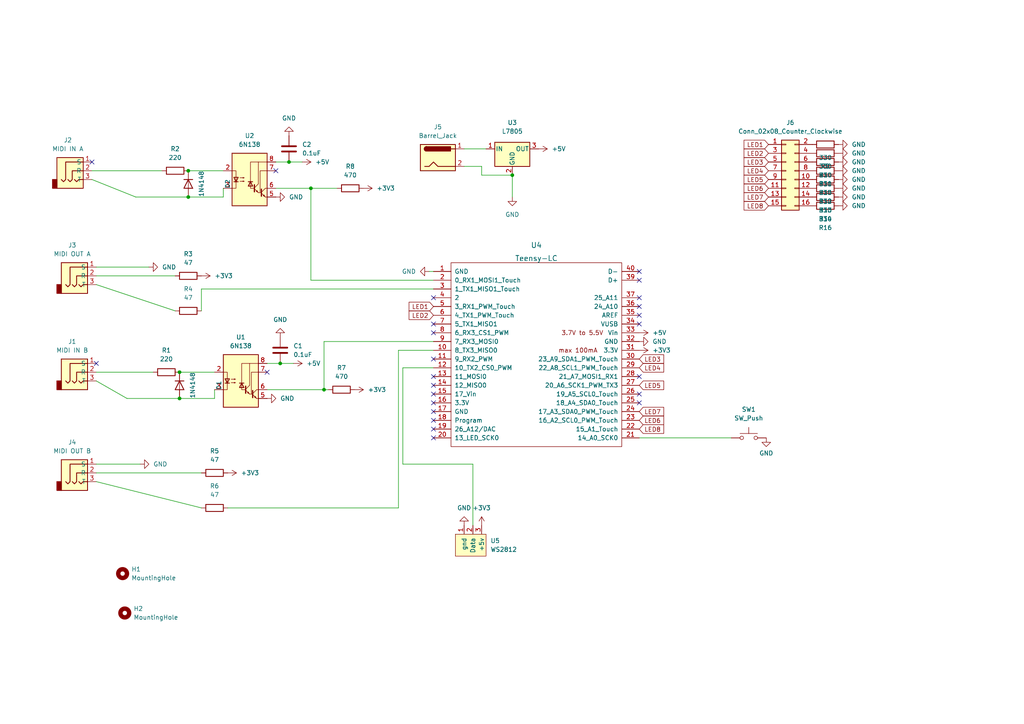
<source format=kicad_sch>
(kicad_sch (version 20211123) (generator eeschema)
  (paper "A4")
  (lib_symbols
    (symbol "Connector:Barrel_Jack" (pin_names (offset 1.016))
      (property "Reference" "J" (at 0 5.334 0))
      (property "Value" "Barrel_Jack" (at 0 -5.08 0))
      (symbol "Barrel_Jack_0_1"
        (rectangle (start -5.08 3.81) (end 5.08 -3.81) (stroke (width 0.254)) (fill (type background)))
        (arc (start -3.302 3.175) (mid -3.937 2.54) (end -3.302 1.905) (stroke (width 0.254)))
        (arc (start -3.302 3.175) (mid -3.937 2.54) (end -3.302 1.905) (stroke (width 0.254)) (fill (type outline)))
        (polyline (pts (xy 5.08 2.54) (xy 3.81 2.54)) (stroke (width 0.254)))
        (polyline (pts (xy -3.81 -2.54) (xy -2.54 -2.54) (xy -1.27 -1.27) (xy 0 -2.54) (xy 2.54 -2.54) (xy 5.08 -2.54)) (stroke (width 0.254)))
        (rectangle (start 3.683 3.175) (end -3.302 1.905) (stroke (width 0.254)) (fill (type outline)))
      )
      (symbol "Barrel_Jack_1_1"
        (pin passive line (at 7.62 2.54 180) (length 2.54) (name "~") (number "1"))
        (pin passive line (at 7.62 -2.54 180) (length 2.54) (name "~") (number "2"))
      )
    )
    (symbol "Connector_Generic:Conn_02x08_Odd_Even" (pin_names (offset 1.016) hide)
      (property "Reference" "J" (at 1.27 10.16 0))
      (property "Value" "Conn_02x08_Odd_Even" (at 1.27 -12.7 0))
      (symbol "Conn_02x08_Odd_Even_1_1"
        (rectangle (start -1.27 -10.033) (end 0 -10.287) (stroke (width 0.1524)))
        (rectangle (start -1.27 -7.493) (end 0 -7.747) (stroke (width 0.1524)))
        (rectangle (start -1.27 -4.953) (end 0 -5.207) (stroke (width 0.1524)))
        (rectangle (start -1.27 -2.413) (end 0 -2.667) (stroke (width 0.1524)))
        (rectangle (start -1.27 0.127) (end 0 -0.127) (stroke (width 0.1524)))
        (rectangle (start -1.27 2.667) (end 0 2.413) (stroke (width 0.1524)))
        (rectangle (start -1.27 5.207) (end 0 4.953) (stroke (width 0.1524)))
        (rectangle (start -1.27 7.747) (end 0 7.493) (stroke (width 0.1524)))
        (rectangle (start -1.27 8.89) (end 3.81 -11.43) (stroke (width 0.254)) (fill (type background)))
        (rectangle (start 3.81 -10.033) (end 2.54 -10.287) (stroke (width 0.1524)))
        (rectangle (start 3.81 -7.493) (end 2.54 -7.747) (stroke (width 0.1524)))
        (rectangle (start 3.81 -4.953) (end 2.54 -5.207) (stroke (width 0.1524)))
        (rectangle (start 3.81 -2.413) (end 2.54 -2.667) (stroke (width 0.1524)))
        (rectangle (start 3.81 0.127) (end 2.54 -0.127) (stroke (width 0.1524)))
        (rectangle (start 3.81 2.667) (end 2.54 2.413) (stroke (width 0.1524)))
        (rectangle (start 3.81 5.207) (end 2.54 4.953) (stroke (width 0.1524)))
        (rectangle (start 3.81 7.747) (end 2.54 7.493) (stroke (width 0.1524)))
        (pin passive line (at -5.08 7.62 0) (length 3.81) (name "Pin_1") (number "1"))
        (pin passive line (at 7.62 -2.54 180) (length 3.81) (name "Pin_10") (number "10"))
        (pin passive line (at -5.08 -5.08 0) (length 3.81) (name "Pin_11") (number "11"))
        (pin passive line (at 7.62 -5.08 180) (length 3.81) (name "Pin_12") (number "12"))
        (pin passive line (at -5.08 -7.62 0) (length 3.81) (name "Pin_13") (number "13"))
        (pin passive line (at 7.62 -7.62 180) (length 3.81) (name "Pin_14") (number "14"))
        (pin passive line (at -5.08 -10.16 0) (length 3.81) (name "Pin_15") (number "15"))
        (pin passive line (at 7.62 -10.16 180) (length 3.81) (name "Pin_16") (number "16"))
        (pin passive line (at 7.62 7.62 180) (length 3.81) (name "Pin_2") (number "2"))
        (pin passive line (at -5.08 5.08 0) (length 3.81) (name "Pin_3") (number "3"))
        (pin passive line (at 7.62 5.08 180) (length 3.81) (name "Pin_4") (number "4"))
        (pin passive line (at -5.08 2.54 0) (length 3.81) (name "Pin_5") (number "5"))
        (pin passive line (at 7.62 2.54 180) (length 3.81) (name "Pin_6") (number "6"))
        (pin passive line (at -5.08 0 0) (length 3.81) (name "Pin_7") (number "7"))
        (pin passive line (at 7.62 0 180) (length 3.81) (name "Pin_8") (number "8"))
        (pin passive line (at -5.08 -2.54 0) (length 3.81) (name "Pin_9") (number "9"))
      )
    )
    (symbol "Device:C" (pin_numbers hide) (pin_names (offset 0.254))
      (property "Reference" "C" (at 0.635 2.54 0))
      (property "Value" "C" (at 0.635 -2.54 0))
      (symbol "C_0_1"
        (polyline (pts (xy -2.032 -0.762) (xy 2.032 -0.762)) (stroke (width 0.508)))
        (polyline (pts (xy -2.032 0.762) (xy 2.032 0.762)) (stroke (width 0.508)))
      )
      (symbol "C_1_1"
        (pin passive line (at 0 3.81 270) (length 2.794) (name "~") (number "1"))
        (pin passive line (at 0 -3.81 90) (length 2.794) (name "~") (number "2"))
      )
    )
    (symbol "Device:R" (pin_numbers hide) (pin_names (offset 0))
      (property "Reference" "R" (at 2.032 0 90))
      (property "Value" "R" (at 0 0 90))
      (symbol "R_0_1"
        (rectangle (start -1.016 -2.54) (end 1.016 2.54) (stroke (width 0.254)))
      )
      (symbol "R_1_1"
        (pin passive line (at 0 3.81 270) (length 1.27) (name "~") (number "1"))
        (pin passive line (at 0 -3.81 90) (length 1.27) (name "~") (number "2"))
      )
    )
    (symbol "Diode:1N4148" (pin_numbers hide) (pin_names (offset 1.016) hide)
      (property "Reference" "D" (at 0 2.54 0))
      (property "Value" "1N4148" (at 0 -2.54 0))
      (symbol "1N4148_0_1"
        (polyline (pts (xy -1.27 1.27) (xy -1.27 -1.27)) (stroke (width 0.254)))
        (polyline (pts (xy 1.27 0) (xy -1.27 0)))
        (polyline (pts (xy 1.27 1.27) (xy 1.27 -1.27) (xy -1.27 0) (xy 1.27 1.27)) (stroke (width 0.254)))
      )
      (symbol "1N4148_1_1"
        (pin passive line (at -3.81 0 0) (length 2.54) (name "K") (number "1"))
        (pin passive line (at 3.81 0 180) (length 2.54) (name "A") (number "2"))
      )
    )
    (symbol "Isolator:6N138" (pin_names (offset 1.016) hide)
      (property "Reference" "U" (at -4.064 8.89 0))
      (property "Value" "6N138" (at 2.286 8.89 0))
      (symbol "6N138_0_1"
        (rectangle (start -5.08 7.62) (end 5.08 -7.62) (stroke (width 0.254)) (fill (type background)))
        (polyline (pts (xy -4.572 -0.635) (xy -3.302 -0.635)) (stroke (width 0.254)))
        (polyline (pts (xy 0.889 -0.635) (xy -0.381 -0.635)) (stroke (width 0.254)))
        (polyline (pts (xy 1.397 -2.667) (xy 2.54 -3.81)))
        (polyline (pts (xy 1.397 -2.413) (xy 2.54 -1.27)))
        (polyline (pts (xy 2.54 -3.81) (xy 3.175 -3.81)))
        (polyline (pts (xy 3.429 -3.937) (xy 4.572 -5.08)))
        (polyline (pts (xy 3.429 -3.683) (xy 4.572 -2.54)))
        (polyline (pts (xy 4.572 -5.08) (xy 5.08 -5.08)))
        (polyline (pts (xy 4.572 -2.54) (xy 5.08 -2.54)))
        (polyline (pts (xy 1.397 -1.524) (xy 1.397 -3.556) (xy 1.397 -3.556)) (stroke (width 0.3556)))
        (polyline (pts (xy 2.54 -1.27) (xy 2.54 5.08) (xy 5.08 5.08)))
        (polyline (pts (xy 3.429 -2.794) (xy 3.429 -4.826) (xy 3.429 -4.826)) (stroke (width 0.3556)))
        (polyline (pts (xy 5.08 2.54) (xy 3.048 2.54) (xy 3.048 -3.81)))
        (polyline (pts (xy -5.08 -2.54) (xy -3.937 -2.54) (xy -3.937 2.54) (xy -5.08 2.54)))
        (polyline (pts (xy -3.937 -0.635) (xy -4.572 0.635) (xy -3.302 0.635) (xy -3.937 -0.635)) (stroke (width 0.254)))
        (polyline (pts (xy 0.254 -0.635) (xy 0.889 -1.905) (xy -0.381 -1.905) (xy 0.254 -0.635)) (stroke (width 0.254)))
        (polyline (pts (xy 1.27 -2.54) (xy 0.254 -2.54) (xy 0.254 5.08) (xy 2.54 5.08)))
        (polyline (pts (xy 2.413 -3.683) (xy 2.159 -3.175) (xy 1.905 -3.429) (xy 2.413 -3.683)))
        (polyline (pts (xy 4.445 -4.953) (xy 4.191 -4.445) (xy 3.937 -4.699) (xy 4.445 -4.953)))
        (polyline (pts (xy -2.794 -0.508) (xy -1.524 -0.508) (xy -1.905 -0.635) (xy -1.905 -0.381) (xy -1.524 -0.508)))
        (polyline (pts (xy -2.794 0.508) (xy -1.524 0.508) (xy -1.905 0.381) (xy -1.905 0.635) (xy -1.524 0.508)))
      )
      (symbol "6N138_1_1"
        (pin no_connect line (at -5.08 5.08 0) (length 2.54) hide (name "NC") (number "1"))
        (pin passive line (at -7.62 2.54 0) (length 2.54) (name "C1") (number "2"))
        (pin passive line (at -7.62 -2.54 0) (length 2.54) (name "C2") (number "3"))
        (pin no_connect line (at -5.08 -5.08 0) (length 2.54) hide (name "NC") (number "4"))
        (pin passive line (at 7.62 -5.08 180) (length 2.54) (name "GND") (number "5"))
        (pin passive line (at 7.62 -2.54 180) (length 2.54) (name "VO2") (number "6"))
        (pin passive line (at 7.62 2.54 180) (length 2.54) (name "VO1") (number "7"))
        (pin passive line (at 7.62 5.08 180) (length 2.54) (name "VCC") (number "8"))
      )
    )
    (symbol "Mechanical:MountingHole" (pin_names (offset 1.016))
      (property "Reference" "H" (at 0 5.08 0))
      (property "Value" "MountingHole" (at 0 3.175 0))
      (symbol "MountingHole_0_1"
        (circle (center 0 0) (radius 1.27) (stroke (width 1.27)))
      )
    )
    (symbol "Regulator_Linear:L7805" (pin_names (offset 0.254))
      (property "Reference" "U" (at -3.81 3.175 0))
      (property "Value" "L7805" (at 0 3.175 0))
      (symbol "L7805_0_1"
        (rectangle (start -5.08 1.905) (end 5.08 -5.08) (stroke (width 0.254)) (fill (type background)))
      )
      (symbol "L7805_1_1"
        (pin power_in line (at -7.62 0 0) (length 2.54) (name "IN") (number "1"))
        (pin power_in line (at 0 -7.62 90) (length 2.54) (name "GND") (number "2"))
        (pin power_out line (at 7.62 0 180) (length 2.54) (name "OUT") (number "3"))
      )
    )
    (symbol "Switch:SW_Push" (pin_numbers hide) (pin_names (offset 1.016) hide)
      (property "Reference" "SW" (at 1.27 2.54 0))
      (property "Value" "SW_Push" (at 0 -1.524 0))
      (symbol "SW_Push_0_1"
        (circle (center -2.032 0) (radius 0.508))
        (polyline (pts (xy 0 1.27) (xy 0 3.048)))
        (polyline (pts (xy 2.54 1.27) (xy -2.54 1.27)))
        (circle (center 2.032 0) (radius 0.508))
        (pin passive line (at -5.08 0 0) (length 2.54) (name "1") (number "1"))
        (pin passive line (at 5.08 0 180) (length 2.54) (name "2") (number "2"))
      )
    )
    (symbol "clarinoid2:TRS jack"
      (property "Reference" "J" (at 0 8.89 0))
      (property "Value" "TRS jack" (at 0 6.35 0))
      (symbol "TRS jack_0_1"
        (rectangle (start -5.08 -5.08) (end -6.35 -2.54) (stroke (width 0.254)) (fill (type outline)))
        (polyline (pts (xy 0 -2.54) (xy 0.635 -3.175) (xy 1.27 -2.54) (xy 2.54 -2.54)) (stroke (width 0.254)))
        (polyline (pts (xy -1.905 -2.54) (xy -1.27 -3.175) (xy -0.635 -2.54) (xy -0.635 0) (xy 2.54 0)) (stroke (width 0.254)))
        (polyline (pts (xy 2.54 2.54) (xy -2.54 2.54) (xy -2.54 -2.54) (xy -3.175 -3.175) (xy -3.81 -2.54)) (stroke (width 0.254)))
        (rectangle (start 2.54 3.81) (end -5.08 -5.08) (stroke (width 0.254)) (fill (type background)))
      )
      (symbol "TRS jack_1_1"
        (pin passive line (at 5.08 2.54 180) (length 2.54) (name "S") (number "1"))
        (pin passive line (at 5.08 0 180) (length 2.54) (name "R") (number "2"))
        (pin passive line (at 5.08 -2.54 180) (length 2.54) (name "T") (number "3"))
      )
    )
    (symbol "clarinoid2:WS2812" (pin_names (offset 1.016))
      (property "Reference" "U" (at 5.08 -1.27 0))
      (property "Value" "WS2812" (at 0 -1.27 0))
      (symbol "WS2812_0_1"
        (rectangle (start -3.81 6.35) (end 5.08 0) (fill (type background)))
      )
      (symbol "WS2812_1_1"
        (pin passive line (at -1.27 8.89 270) (length 2.54) (name "gnd") (number "1"))
        (pin passive line (at 1.27 8.89 270) (length 2.54) (name "Data") (number "2"))
        (pin power_in line (at 3.81 8.89 270) (length 2.54) (name "+5v") (number "3"))
      )
    )
    (symbol "power:+3.3V" (power) (pin_names (offset 0))
      (property "Value" "+3.3V" (at 0 3.556 0))
      (symbol "+3.3V_0_1"
        (polyline (pts (xy -0.762 1.27) (xy 0 2.54)))
        (polyline (pts (xy 0 0) (xy 0 2.54)))
        (polyline (pts (xy 0 2.54) (xy 0.762 1.27)))
      )
      (symbol "+3.3V_1_1"
        (pin power_in line (at 0 0 90) (length 0) hide (name "+3V3") (number "1"))
      )
    )
    (symbol "power:+5V" (power) (pin_names (offset 0))
      (property "Value" "+5V" (at 0 3.556 0))
      (symbol "+5V_0_1"
        (polyline (pts (xy -0.762 1.27) (xy 0 2.54)))
        (polyline (pts (xy 0 0) (xy 0 2.54)))
        (polyline (pts (xy 0 2.54) (xy 0.762 1.27)))
      )
      (symbol "+5V_1_1"
        (pin power_in line (at 0 0 90) (length 0) hide (name "+5V") (number "1"))
      )
    )
    (symbol "power:GND" (power) (pin_names (offset 0))
      (property "Value" "GND" (at 0 -3.81 0))
      (symbol "GND_0_1"
        (polyline (pts (xy 0 0) (xy 0 -1.27) (xy 1.27 -1.27) (xy 0 -2.54) (xy -1.27 -1.27) (xy 0 -1.27)))
      )
      (symbol "GND_1_1"
        (pin power_in line (at 0 0 270) (length 0) hide (name "GND") (number "1"))
      )
    )
    (symbol "teensy:Teensy-LC" (pin_names (offset 1.016))
      (property "Reference" "U" (at 0 29.21 0))
      (property "Value" "Teensy-LC" (at 0 -29.21 0))
      (symbol "Teensy-LC_0_0"
        (text "3.7V to 5.5V" (at 13.97 6.35 0) (effects (font (size 1.27 1.27))))
        (text "max 100mA" (at 12.7 1.27 0) (effects (font (size 1.27 1.27))))
      )
      (symbol "Teensy-LC_0_1"
        (rectangle (start -24.13 26.67) (end 25.4 -26.67))
      )
      (symbol "Teensy-LC_1_1"
        (pin power_in line (at -29.21 24.13 0) (length 5.08) (name "GND") (number "1"))
        (pin bidirectional line (at -29.21 1.27 0) (length 5.08) (name "8_TX3_MISO0") (number "10"))
        (pin bidirectional line (at -29.21 -1.27 0) (length 5.08) (name "9_RX2_PWM") (number "11"))
        (pin bidirectional line (at -29.21 -3.81 0) (length 5.08) (name "10_TX2_CS0_PWM") (number "12"))
        (pin bidirectional line (at -29.21 -6.35 0) (length 5.08) (name "11_MOSI0") (number "13"))
        (pin bidirectional line (at -29.21 -8.89 0) (length 5.08) (name "12_MISO0") (number "14"))
        (pin output line (at -29.21 -11.43 0) (length 5.08) (name "17_Vin") (number "15"))
        (pin power_in line (at -29.21 -13.97 0) (length 5.08) (name "3.3V") (number "16"))
        (pin power_in line (at -29.21 -16.51 0) (length 5.08) (name "GND") (number "17"))
        (pin input line (at -29.21 -19.05 0) (length 5.08) (name "Program") (number "18"))
        (pin bidirectional line (at -29.21 -21.59 0) (length 5.08) (name "26_A12/DAC") (number "19"))
        (pin bidirectional line (at -29.21 21.59 0) (length 5.08) (name "0_RX1_MOSI1_Touch") (number "2"))
        (pin bidirectional line (at -29.21 -24.13 0) (length 5.08) (name "13_LED_SCK0") (number "20"))
        (pin bidirectional line (at 30.48 -24.13 180) (length 5.08) (name "14_A0_SCK0") (number "21"))
        (pin bidirectional line (at 30.48 -21.59 180) (length 5.08) (name "15_A1_Touch") (number "22"))
        (pin bidirectional line (at 30.48 -19.05 180) (length 5.08) (name "16_A2_SCL0_PWM_Touch") (number "23"))
        (pin bidirectional line (at 30.48 -16.51 180) (length 5.08) (name "17_A3_SDA0_PWM_Touch") (number "24"))
        (pin bidirectional line (at 30.48 -13.97 180) (length 5.08) (name "18_A4_SDA0_Touch") (number "25"))
        (pin bidirectional line (at 30.48 -11.43 180) (length 5.08) (name "19_A5_SCL0_Touch") (number "26"))
        (pin bidirectional line (at 30.48 -8.89 180) (length 5.08) (name "20_A6_SCK1_PWM_TX3") (number "27"))
        (pin bidirectional line (at 30.48 -6.35 180) (length 5.08) (name "21_A7_MOSI1_RX1") (number "28"))
        (pin bidirectional line (at 30.48 -3.81 180) (length 5.08) (name "22_A8_SCL1_PWM_Touch") (number "29"))
        (pin bidirectional line (at -29.21 19.05 0) (length 5.08) (name "1_TX1_MISO1_Touch") (number "3"))
        (pin bidirectional line (at 30.48 -1.27 180) (length 5.08) (name "23_A9_SDA1_PWM_Touch") (number "30"))
        (pin power_out line (at 30.48 1.27 180) (length 5.08) (name "3.3V") (number "31"))
        (pin power_in line (at 30.48 3.81 180) (length 5.08) (name "GND") (number "32"))
        (pin power_in line (at 30.48 6.35 180) (length 5.08) (name "Vin") (number "33"))
        (pin power_in line (at 30.48 8.89 180) (length 5.08) (name "VUSB") (number "34"))
        (pin input line (at 30.48 11.43 180) (length 5.08) (name "AREF") (number "35"))
        (pin bidirectional line (at 30.48 13.97 180) (length 5.08) (name "24_A10") (number "36"))
        (pin bidirectional line (at 30.48 16.51 180) (length 5.08) (name "25_A11") (number "37"))
        (pin bidirectional line (at 30.48 21.59 180) (length 5.08) (name "D+") (number "39"))
        (pin bidirectional line (at -29.21 16.51 0) (length 5.08) (name "2") (number "4"))
        (pin bidirectional line (at 30.48 24.13 180) (length 5.08) (name "D-") (number "40"))
        (pin bidirectional line (at -29.21 13.97 0) (length 5.08) (name "3_RX1_PWM_Touch") (number "5"))
        (pin bidirectional line (at -29.21 11.43 0) (length 5.08) (name "4_TX1_PWM_Touch") (number "6"))
        (pin bidirectional line (at -29.21 8.89 0) (length 5.08) (name "5_TX1_MISO1") (number "7"))
        (pin bidirectional line (at -29.21 6.35 0) (length 5.08) (name "6_RX3_CS1_PWM") (number "8"))
        (pin bidirectional line (at -29.21 3.81 0) (length 5.08) (name "7_RX3_MOSI0") (number "9"))
      )
    )
  )
  (junction (at 148.59 50.8))
  (junction (at 52.07 107.95))
  (junction (at 93.98 113.03))
  (junction (at 52.07 115.57))
  (junction (at 83.82 46.99))
  (junction (at 54.61 49.53))
  (junction (at 81.28 105.41))
  (junction (at 90.17 54.61))
  (junction (at 54.61 57.15))
  (no_connect (at 26.67 46.99))
  (no_connect (at 27.94 105.41))
  (no_connect (at 125.73 104.14))
  (no_connect (at 125.73 109.22))
  (no_connect (at 125.73 111.76))
  (no_connect (at 125.73 114.3))
  (no_connect (at 125.73 116.84))
  (no_connect (at 125.73 119.38))
  (no_connect (at 125.73 121.92))
  (no_connect (at 125.73 124.46))
  (no_connect (at 125.73 127))
  (no_connect (at 125.73 93.98))
  (no_connect (at 125.73 96.52))
  (no_connect (at 125.73 86.36))
  (no_connect (at 185.42 109.22))
  (no_connect (at 185.42 114.3))
  (no_connect (at 185.42 116.84))
  (no_connect (at 185.42 78.74))
  (no_connect (at 185.42 81.28))
  (no_connect (at 185.42 86.36))
  (no_connect (at 185.42 88.9))
  (no_connect (at 185.42 91.44))
  (no_connect (at 185.42 93.98))
  (no_connect (at 80.01 49.53))
  (no_connect (at 77.47 107.95))
  (wire (pts (xy 148.59 50.8) (xy 148.59 57.15)))
  (wire (pts (xy 134.62 48.26) (xy 139.7 48.26)))
  (wire (pts (xy 83.82 46.99) (xy 87.63 46.99)))
  (wire (pts (xy 50.8 90.17) (xy 27.94 82.55)))
  (wire (pts (xy 27.94 110.49) (xy 36.83 115.57)))
  (wire (pts (xy 90.17 81.28) (xy 125.73 81.28)))
  (wire (pts (xy 81.28 105.41) (xy 85.09 105.41)))
  (wire (pts (xy 26.67 49.53) (xy 46.99 49.53)))
  (wire (pts (xy 26.67 52.07) (xy 39.37 57.15)))
  (wire (pts (xy 58.42 83.82) (xy 125.73 83.82)))
  (wire (pts (xy 52.07 107.95) (xy 62.23 107.95)))
  (wire (pts (xy 39.37 57.15) (xy 54.61 57.15)))
  (wire (pts (xy 93.98 99.06) (xy 93.98 113.03)))
  (wire (pts (xy 115.57 101.6) (xy 115.57 147.32)))
  (wire (pts (xy 116.84 134.62) (xy 116.84 106.68)))
  (wire (pts (xy 77.47 113.03) (xy 93.98 113.03)))
  (wire (pts (xy 80.01 54.61) (xy 90.17 54.61)))
  (wire (pts (xy 50.8 80.01) (xy 27.94 80.01)))
  (wire (pts (xy 93.98 113.03) (xy 95.25 113.03)))
  (wire (pts (xy 27.94 134.62) (xy 40.64 134.62)))
  (wire (pts (xy 58.42 90.17) (xy 58.42 83.82)))
  (wire (pts (xy 58.42 147.32) (xy 27.94 139.7)))
  (wire (pts (xy 137.16 152.4) (xy 137.16 134.62)))
  (wire (pts (xy 77.47 105.41) (xy 81.28 105.41)))
  (wire (pts (xy 90.17 54.61) (xy 90.17 81.28)))
  (wire (pts (xy 80.01 46.99) (xy 83.82 46.99)))
  (wire (pts (xy 54.61 57.15) (xy 64.77 57.15)))
  (wire (pts (xy 140.97 43.18) (xy 134.62 43.18)))
  (wire (pts (xy 27.94 107.95) (xy 44.45 107.95)))
  (wire (pts (xy 64.77 54.61) (xy 64.77 57.15)))
  (wire (pts (xy 27.94 77.47) (xy 43.18 77.47)))
  (wire (pts (xy 54.61 49.53) (xy 64.77 49.53)))
  (wire (pts (xy 124.46 78.74) (xy 125.73 78.74)))
  (wire (pts (xy 125.73 99.06) (xy 93.98 99.06)))
  (wire (pts (xy 185.42 127) (xy 212.09 127)))
  (wire (pts (xy 125.73 101.6) (xy 115.57 101.6)))
  (wire (pts (xy 139.7 50.8) (xy 148.59 50.8)))
  (wire (pts (xy 36.83 115.57) (xy 52.07 115.57)))
  (wire (pts (xy 139.7 48.26) (xy 139.7 50.8)))
  (wire (pts (xy 62.23 113.03) (xy 62.23 115.57)))
  (wire (pts (xy 137.16 134.62) (xy 116.84 134.62)))
  (wire (pts (xy 90.17 54.61) (xy 97.79 54.61)))
  (wire (pts (xy 58.42 137.16) (xy 27.94 137.16)))
  (wire (pts (xy 66.04 147.32) (xy 115.57 147.32)))
  (wire (pts (xy 52.07 115.57) (xy 62.23 115.57)))
  (wire (pts (xy 116.84 106.68) (xy 125.73 106.68)))
  (global_label "LED3" (shape input) (at 222.885 46.99 180) (property "Intersheet References" "${INTERSHEET_REFS}" (effects hide)))
  (global_label "LED8" (shape input) (at 185.42 124.46 0) (property "Intersheet References" "${INTERSHEET_REFS}" (effects hide)))
  (global_label "LED5" (shape input) (at 222.885 52.07 180) (property "Intersheet References" "${INTERSHEET_REFS}" (effects hide)))
  (global_label "LED3" (shape input) (at 185.42 104.14 0) (property "Intersheet References" "${INTERSHEET_REFS}" (effects hide)))
  (global_label "LED7" (shape input) (at 185.42 119.38 0) (property "Intersheet References" "${INTERSHEET_REFS}" (effects hide)))
  (global_label "LED5" (shape input) (at 185.42 111.76 0) (property "Intersheet References" "${INTERSHEET_REFS}" (effects hide)))
  (global_label "LED2" (shape input) (at 125.73 91.44 180) (property "Intersheet References" "${INTERSHEET_REFS}" (effects hide)))
  (global_label "LED4" (shape input) (at 185.42 106.68 0) (property "Intersheet References" "${INTERSHEET_REFS}" (effects hide)))
  (global_label "LED4" (shape input) (at 222.885 49.53 180) (property "Intersheet References" "${INTERSHEET_REFS}" (effects hide)))
  (global_label "LED1" (shape input) (at 222.885 41.91 180) (property "Intersheet References" "${INTERSHEET_REFS}" (effects hide)))
  (global_label "LED6" (shape input) (at 185.42 121.92 0) (property "Intersheet References" "${INTERSHEET_REFS}" (effects hide)))
  (global_label "LED6" (shape input) (at 222.885 54.61 180) (property "Intersheet References" "${INTERSHEET_REFS}" (effects hide)))
  (global_label "LED8" (shape input) (at 222.885 59.69 180) (property "Intersheet References" "${INTERSHEET_REFS}" (effects hide)))
  (global_label "LED1" (shape input) (at 125.73 88.9 180) (property "Intersheet References" "${INTERSHEET_REFS}" (effects hide)))
  (global_label "LED2" (shape input) (at 222.885 44.45 180) (property "Intersheet References" "${INTERSHEET_REFS}" (effects hide)))
  (global_label "LED7" (shape input) (at 222.885 57.15 180) (property "Intersheet References" "${INTERSHEET_REFS}" (effects hide)))
  (symbol (lib_id "Isolator:6N138") (at 72.39 52.07 0) (unit 1)
    (property "Reference" "U2" (at 72.39 39.37 0))
    (property "Value" "6N138" (at 72.39 41.91 0))
    (property "Footprint" "Package_DIP:DIP-8_W7.62mm" (effects hide))
    (property "Datasheet" "http://www.onsemi.com/pub/Collateral/HCPL2731-D.pdf" (effects hide))
    (property "LCSC part number" "C571211" (effects hide))
    (property "LCSC" "C571211" (effects hide))
  )
  (symbol (lib_id "Mechanical:MountingHole") (at 36.195 177.8 0) (unit 1)
    (property "Reference" "H2" (at 38.735 176.5299 0) (effects (justify left)))
    (property "Value" "MountingHole" (at 38.735 179.0699 0) (effects (justify left)))
    (property "Footprint" "MountingHole:MountingHole_3.2mm_M3_Pad" (effects hide))
    (property "LCSC part number" "-" (effects hide))
  )
  (symbol (lib_id "power:GND") (at 81.28 97.79 180) (unit 1)
    (property "Reference" "#PWR09" (effects hide))
    (property "Value" "GND" (at 81.28 92.71 0))
  )
  (symbol (lib_id "power:+5V") (at 185.42 96.52 270) (unit 1)
    (property "Reference" "#PWR017" (effects hide))
    (property "Value" "+5V" (at 189.23 96.5199 90) (effects (justify left)))
  )
  (symbol (lib_id "power:GND") (at 243.205 57.15 90) (unit 1)
    (property "Reference" "#PWR0108" (effects hide))
    (property "Value" "GND" (at 247.015 57.1499 90) (effects (justify right)))
  )
  (symbol (lib_id "power:GND") (at 40.64 134.62 90) (unit 1)
    (property "Reference" "#PWR04" (effects hide))
    (property "Value" "GND" (at 44.45 134.6199 90) (effects (justify right)))
  )
  (symbol (lib_id "Device:R") (at 62.23 137.16 90) (unit 1)
    (property "Reference" "R5" (at 62.23 130.81 90))
    (property "Value" "47" (at 62.23 133.35 90))
    (property "Footprint" "Resistor_SMD:R_0402_1005Metric" (effects hide))
    (property "LCSC part number" "C25118" (effects hide))
    (property "LCSC" "C25118" (effects hide))
  )
  (symbol (lib_id "Device:R") (at 54.61 80.01 90) (unit 1)
    (property "Reference" "R3" (at 54.61 73.66 90))
    (property "Value" "47" (at 54.61 76.2 90))
    (property "Footprint" "Resistor_SMD:R_0402_1005Metric" (effects hide))
    (property "LCSC part number" "C25118" (effects hide))
    (property "LCSC" "C25118" (effects hide))
  )
  (symbol (lib_id "power:+3.3V") (at 139.7 152.4 0) (unit 1)
    (property "Reference" "#PWR0103" (effects hide))
    (property "Value" "+3.3V" (at 139.7 147.32 0))
  )
  (symbol (lib_id "power:GND") (at 243.205 54.61 90) (unit 1)
    (property "Reference" "#PWR0107" (effects hide))
    (property "Value" "GND" (at 247.015 54.6099 90) (effects (justify right)))
  )
  (symbol (lib_id "power:GND") (at 83.82 39.37 180) (unit 1)
    (property "Reference" "#PWR010" (effects hide))
    (property "Value" "GND" (at 83.82 34.29 0))
  )
  (symbol (lib_id "Device:R") (at 239.395 52.07 270) (unit 1)
    (property "Reference" "R12" (at 239.395 58.42 90))
    (property "Value" "330" (at 239.395 55.88 90))
    (property "Footprint" "Resistor_SMD:R_0402_1005Metric" (effects hide))
    (property "LCSC part number" "C25104" (effects hide))
    (property "LCSC" "C25104" (effects hide))
  )
  (symbol (lib_id "power:+5V") (at 85.09 105.41 270) (unit 1)
    (property "Reference" "#PWR011" (effects hide))
    (property "Value" "+5V" (at 88.9 105.4099 90) (effects (justify left)))
  )
  (symbol (lib_id "power:GND") (at 243.205 46.99 90) (unit 1)
    (property "Reference" "#PWR021" (effects hide))
    (property "Value" "GND" (at 247.015 46.9899 90) (effects (justify right)))
  )
  (symbol (lib_id "power:GND") (at 148.59 57.15 0) (unit 1)
    (property "Reference" "#PWR016" (effects hide))
    (property "Value" "GND" (at 148.59 62.23 0))
  )
  (symbol (lib_id "Device:R") (at 54.61 90.17 270) (unit 1)
    (property "Reference" "R4" (at 54.61 83.82 90))
    (property "Value" "47" (at 54.61 86.36 90))
    (property "Footprint" "Resistor_SMD:R_0402_1005Metric" (effects hide))
    (property "LCSC part number" "C25118" (effects hide))
    (property "LCSC" "C25118" (effects hide))
  )
  (symbol (lib_id "Device:R") (at 239.395 57.15 270) (unit 1)
    (property "Reference" "R14" (at 239.395 63.5 90))
    (property "Value" "330" (at 239.395 60.96 90))
    (property "Footprint" "Resistor_SMD:R_0402_1005Metric" (effects hide))
    (property "LCSC part number" "C25104" (effects hide))
    (property "LCSC" "C25104" (effects hide))
  )
  (symbol (lib_id "power:GND") (at 124.46 78.74 270) (unit 1)
    (property "Reference" "#PWR015" (effects hide))
    (property "Value" "GND" (at 120.65 78.7399 90) (effects (justify right)))
  )
  (symbol (lib_id "power:GND") (at 134.62 152.4 180) (unit 1)
    (property "Reference" "#PWR0104" (effects hide))
    (property "Value" "GND" (at 134.62 147.32 0))
  )
  (symbol (lib_id "power:+3.3V") (at 105.41 54.61 270) (unit 1)
    (property "Reference" "#PWR014" (effects hide))
    (property "Value" "+3.3V" (at 109.22 54.6099 90) (effects (justify left)))
  )
  (symbol (lib_id "power:GND") (at 243.205 59.69 90) (unit 1)
    (property "Reference" "#PWR0109" (effects hide))
    (property "Value" "GND" (at 247.015 59.6899 90) (effects (justify right)))
  )
  (symbol (lib_id "Device:C") (at 83.82 43.18 180) (unit 1)
    (property "Reference" "C2" (at 87.63 41.9099 0) (effects (justify right)))
    (property "Value" "0.1uF" (at 87.63 44.4499 0) (effects (justify right)))
    (property "Footprint" "Capacitor_SMD:C_0402_1005Metric" (effects hide))
    (property "LCSC part number" "C1525" (effects hide))
    (property "LCSC" "C1525" (effects hide))
  )
  (symbol (lib_id "Diode:1N4148") (at 54.61 53.34 270) (unit 1)
    (property "Reference" "D2" (at 66.04 53.34 0))
    (property "Value" "1N4148" (at 58.42 53.34 0))
    (property "Footprint" "Diode_SMD:D_SOD-123" (effects hide))
    (property "Datasheet" "https://assets.nexperia.com/documents/data-sheet/1N4148_1N4448.pdf" (effects hide))
    (property "LCSC part number" "C81598" (effects hide))
    (property "LCSC" "C81598" (effects hide))
  )
  (symbol (lib_id "Device:R") (at 99.06 113.03 90) (unit 1)
    (property "Reference" "R7" (at 99.06 106.68 90))
    (property "Value" "470" (at 99.06 109.22 90))
    (property "Footprint" "Resistor_SMD:R_0402_1005Metric" (effects hide))
    (property "LCSC part number" "C25117" (effects hide))
    (property "LCSC" "C25117" (effects hide))
  )
  (symbol (lib_id "Diode:1N4148") (at 52.07 111.76 270) (unit 1)
    (property "Reference" "D1" (at 63.5 111.76 0))
    (property "Value" "1N4148" (at 55.88 111.76 0))
    (property "Footprint" "Diode_SMD:D_SOD-123" (effects hide))
    (property "Datasheet" "https://assets.nexperia.com/documents/data-sheet/1N4148_1N4448.pdf" (effects hide))
    (property "LCSC part number" "C81598" (effects hide))
    (property "LCSC" "C81598" (effects hide))
  )
  (symbol (lib_id "Device:R") (at 239.395 59.69 270) (unit 1)
    (property "Reference" "R16" (at 239.395 66.04 90))
    (property "Value" "330" (at 239.395 63.5 90))
    (property "Footprint" "Resistor_SMD:R_0402_1005Metric" (effects hide))
    (property "LCSC part number" "C25104" (effects hide))
    (property "LCSC" "C25104" (effects hide))
  )
  (symbol (lib_id "Isolator:6N138") (at 69.85 110.49 0) (unit 1)
    (property "Reference" "U1" (at 69.85 97.79 0))
    (property "Value" "6N138" (at 69.85 100.33 0))
    (property "Footprint" "Package_DIP:DIP-8_W7.62mm" (effects hide))
    (property "Datasheet" "http://www.onsemi.com/pub/Collateral/HCPL2731-D.pdf" (effects hide))
    (property "LCSC part number" "C571211" (effects hide))
    (property "LCSC" "C571211" (effects hide))
  )
  (symbol (lib_id "Device:R") (at 239.395 54.61 270) (unit 1)
    (property "Reference" "R13" (at 239.395 60.96 90))
    (property "Value" "330" (at 239.395 58.42 90))
    (property "Footprint" "Resistor_SMD:R_0402_1005Metric" (effects hide))
    (property "LCSC part number" "C25104" (effects hide))
    (property "LCSC" "C25104" (effects hide))
  )
  (symbol (lib_id "power:GND") (at 243.205 41.91 90) (unit 1)
    (property "Reference" "#PWR019" (effects hide))
    (property "Value" "GND" (at 247.015 41.9099 90) (effects (justify right)))
  )
  (symbol (lib_id "clarinoid2:WS2812") (at 135.89 161.29 0) (unit 1)
    (property "Reference" "U5" (at 142.24 156.8449 0) (effects (justify left)))
    (property "Value" "WS2812" (at 142.24 159.3849 0) (effects (justify left)))
    (property "Footprint" "Connector_PinSocket_2.54mm:PinSocket_1x03_P2.54mm_Vertical" (effects hide))
    (property "LCSC part number" "-" (effects hide))
  )
  (symbol (lib_id "clarinoid2:TRS jack") (at 22.86 80.01 0) (unit 1)
    (property "Reference" "J3" (at 20.955 71.12 0))
    (property "Value" "MIDI OUT A" (at 20.955 73.66 0))
    (property "Footprint" "Connector_PinSocket_2.54mm:PinSocket_1x03_P2.54mm_Vertical" (effects hide))
    (property "LCSC part number" "-" (effects hide))
  )
  (symbol (lib_id "Device:R") (at 50.8 49.53 90) (unit 1)
    (property "Reference" "R2" (at 50.8 43.18 90))
    (property "Value" "220" (at 50.8 45.72 90))
    (property "Footprint" "Resistor_SMD:R_0402_1005Metric" (effects hide))
    (property "LCSC part number" "C25091" (effects hide))
    (property "LCSC" "C25091" (effects hide))
  )
  (symbol (lib_id "clarinoid2:TRS jack") (at 22.86 137.16 0) (unit 1)
    (property "Reference" "J4" (at 20.955 128.27 0))
    (property "Value" "MIDI OUT B" (at 20.955 130.81 0))
    (property "Footprint" "Connector_PinSocket_2.54mm:PinSocket_1x03_P2.54mm_Vertical" (effects hide))
    (property "LCSC part number" "-" (effects hide))
  )
  (symbol (lib_id "clarinoid2:TRS jack") (at 22.86 107.95 0) (unit 1)
    (property "Reference" "J1" (at 20.955 99.06 0))
    (property "Value" "MIDI IN B" (at 20.955 101.6 0))
    (property "Footprint" "Connector_PinSocket_2.54mm:PinSocket_1x03_P2.54mm_Vertical" (effects hide))
    (property "LCSC part number" "-" (effects hide))
  )
  (symbol (lib_id "Device:R") (at 239.395 44.45 270) (unit 1)
    (property "Reference" "R10" (at 239.395 50.8 90))
    (property "Value" "330" (at 239.395 48.26 90))
    (property "Footprint" "Resistor_SMD:R_0402_1005Metric" (effects hide))
    (property "LCSC part number" "C25104" (effects hide))
    (property "LCSC" "C25104" (effects hide))
  )
  (symbol (lib_id "power:+3.3V") (at 66.04 137.16 270) (unit 1)
    (property "Reference" "#PWR06" (effects hide))
    (property "Value" "+3.3V" (at 69.85 137.1599 90) (effects (justify left)))
  )
  (symbol (lib_id "clarinoid2:TRS jack") (at 21.59 49.53 0) (unit 1)
    (property "Reference" "J2" (at 19.685 40.64 0))
    (property "Value" "MIDI IN A" (at 19.685 43.18 0))
    (property "Footprint" "Connector_PinSocket_2.54mm:PinSocket_1x03_P2.54mm_Vertical" (effects hide))
    (property "LCSC part number" "-" (effects hide))
  )
  (symbol (lib_id "power:GND") (at 243.205 52.07 90) (unit 1)
    (property "Reference" "#PWR022" (effects hide))
    (property "Value" "GND" (at 247.015 52.0699 90) (effects (justify right)))
  )
  (symbol (lib_id "Device:R") (at 48.26 107.95 90) (unit 1)
    (property "Reference" "R1" (at 48.26 101.6 90))
    (property "Value" "220" (at 48.26 104.14 90))
    (property "Footprint" "Resistor_SMD:R_0402_1005Metric" (effects hide))
    (property "LCSC part number" "C25091" (effects hide))
    (property "LCSC" "C25091" (effects hide))
  )
  (symbol (lib_id "power:GND") (at 77.47 115.57 90) (unit 1)
    (property "Reference" "#PWR07" (effects hide))
    (property "Value" "GND" (at 81.28 115.5699 90) (effects (justify right)))
  )
  (symbol (lib_id "Device:C") (at 81.28 101.6 180) (unit 1)
    (property "Reference" "C1" (at 85.09 100.3299 0) (effects (justify right)))
    (property "Value" "0.1uF" (at 85.09 102.8699 0) (effects (justify right)))
    (property "Footprint" "Capacitor_SMD:C_0402_1005Metric" (effects hide))
    (property "LCSC part number" "C1525" (effects hide))
    (property "LCSC" "C1525" (effects hide))
  )
  (symbol (lib_id "power:GND") (at 43.18 77.47 90) (unit 1)
    (property "Reference" "#PWR03" (effects hide))
    (property "Value" "GND" (at 46.99 77.4699 90) (effects (justify right)))
  )
  (symbol (lib_id "power:+3.3V") (at 185.42 101.6 270) (unit 1)
    (property "Reference" "#PWR0106" (effects hide))
    (property "Value" "+3.3V" (at 189.23 101.5999 90) (effects (justify left)))
  )
  (symbol (lib_id "power:GND") (at 80.01 57.15 90) (unit 1)
    (property "Reference" "#PWR08" (effects hide))
    (property "Value" "GND" (at 83.82 57.1499 90) (effects (justify right)))
  )
  (symbol (lib_id "power:+3.3V") (at 102.87 113.03 270) (unit 1)
    (property "Reference" "#PWR013" (effects hide))
    (property "Value" "+3.3V" (at 106.68 113.0299 90) (effects (justify left)))
  )
  (symbol (lib_id "Connector_Generic:Conn_02x08_Odd_Even") (at 227.965 49.53 0) (unit 1)
    (property "Reference" "J6" (at 229.235 35.56 0))
    (property "Value" "Conn_02x08_Counter_Clockwise" (at 229.235 38.1 0))
    (property "Footprint" "Connector_PinSocket_2.54mm:PinSocket_2x08_P2.54mm_Vertical" (effects hide))
    (property "LCSC part number" "-" (effects hide))
  )
  (symbol (lib_id "power:+5V") (at 156.21 43.18 270) (unit 1)
    (property "Reference" "#PWR0101" (effects hide))
    (property "Value" "+5V" (at 160.02 43.1799 90) (effects (justify left)))
  )
  (symbol (lib_id "Device:R") (at 239.395 41.91 270) (unit 1)
    (property "Reference" "R9" (at 239.395 48.26 90))
    (property "Value" "330" (at 239.395 45.72 90))
    (property "Footprint" "Resistor_SMD:R_0402_1005Metric" (effects hide))
    (property "LCSC part number" "C25104" (effects hide))
    (property "LCSC" "C25104" (effects hide))
  )
  (symbol (lib_id "power:GND") (at 185.42 99.06 90) (unit 1)
    (property "Reference" "#PWR0105" (effects hide))
    (property "Value" "GND" (at 189.23 99.0599 90) (effects (justify right)))
  )
  (symbol (lib_id "Device:R") (at 62.23 147.32 270) (unit 1)
    (property "Reference" "R6" (at 62.23 140.97 90))
    (property "Value" "47" (at 62.23 143.51 90))
    (property "Footprint" "Resistor_SMD:R_0402_1005Metric" (effects hide))
    (property "LCSC part number" "C25118" (effects hide))
    (property "LCSC" "C25118" (effects hide))
  )
  (symbol (lib_id "power:+5V") (at 87.63 46.99 270) (unit 1)
    (property "Reference" "#PWR012" (effects hide))
    (property "Value" "+5V" (at 91.44 46.9899 90) (effects (justify left)))
  )
  (symbol (lib_id "power:GND") (at 243.205 49.53 90) (unit 1)
    (property "Reference" "#PWR018" (effects hide))
    (property "Value" "GND" (at 247.015 49.5299 90) (effects (justify right)))
  )
  (symbol (lib_id "Connector:Barrel_Jack") (at 127 45.72 0) (unit 1)
    (property "Reference" "J5" (at 127 36.83 0))
    (property "Value" "Barrel_Jack" (at 127 39.37 0))
    (property "Footprint" "Connector_PinSocket_2.54mm:PinSocket_1x02_P2.54mm_Vertical" (effects hide))
    (property "LCSC part number" "-" (effects hide))
  )
  (symbol (lib_id "Device:R") (at 239.395 46.99 270) (unit 1)
    (property "Reference" "R11" (at 239.395 53.34 90))
    (property "Value" "330" (at 239.395 50.8 90))
    (property "Footprint" "Resistor_SMD:R_0402_1005Metric" (effects hide))
    (property "LCSC part number" "C25104" (effects hide))
    (property "LCSC" "C25104" (effects hide))
  )
  (symbol (lib_id "Regulator_Linear:L7805") (at 148.59 43.18 0) (unit 1)
    (property "Reference" "U3" (at 148.59 35.56 0))
    (property "Value" "L7805" (at 148.59 38.1 0))
    (property "Footprint" "Package_TO_SOT_SMD:TO-252-2" (effects hide))
    (property "Datasheet" "http://www.st.com/content/ccc/resource/technical/document/datasheet/41/4f/b3/b0/12/d4/47/88/CD00000444.pdf/files/CD00000444.pdf/jcr:content/translations/en.CD00000444.pdf" (effects hide))
    (property "LCSC part number" "C54285" (effects hide))
    (property "LCSC" "C54285" (effects hide))
  )
  (symbol (lib_id "Switch:SW_Push") (at 217.17 127 0) (unit 1)
    (property "Reference" "SW1" (at 217.17 118.745 0))
    (property "Value" "SW_Push" (at 217.17 121.285 0))
    (property "Footprint" "Connector_PinSocket_2.54mm:PinSocket_1x02_P2.54mm_Vertical" (effects hide))
    (property "LCSC part number" "-" (effects hide))
  )
  (symbol (lib_id "Device:R") (at 239.395 49.53 270) (unit 1)
    (property "Reference" "R15" (at 239.395 55.88 90))
    (property "Value" "330" (at 239.395 53.34 90))
    (property "Footprint" "Resistor_SMD:R_0402_1005Metric" (effects hide))
    (property "LCSC part number" "C25104" (effects hide))
    (property "LCSC" "C25104" (effects hide))
  )
  (symbol (lib_id "teensy:Teensy-LC") (at 154.94 102.87 0) (unit 1)
    (property "Reference" "U4" (at 155.575 71.12 0) (effects (font (size 1.524 1.524))))
    (property "Value" "Teensy-LC" (at 155.575 74.93 0) (effects (font (size 1.524 1.524))))
    (property "Footprint" "clarinoid2:Teensy_LC" (effects hide))
    (property "LCSC part number" "-" (effects hide))
  )
  (symbol (lib_id "Mechanical:MountingHole") (at 35.56 166.37 0) (unit 1)
    (property "Reference" "H1" (at 38.1 165.0999 0) (effects (justify left)))
    (property "Value" "MountingHole" (at 38.1 167.6399 0) (effects (justify left)))
    (property "Footprint" "MountingHole:MountingHole_3.2mm_M3_Pad" (effects hide))
    (property "LCSC part number" "-" (effects hide))
  )
  (symbol (lib_id "Device:R") (at 101.6 54.61 90) (unit 1)
    (property "Reference" "R8" (at 101.6 48.26 90))
    (property "Value" "470" (at 101.6 50.8 90))
    (property "Footprint" "Resistor_SMD:R_0402_1005Metric" (effects hide))
    (property "LCSC part number" "C25117" (effects hide))
    (property "LCSC" "C25117" (effects hide))
  )
  (symbol (lib_id "power:+3.3V") (at 58.42 80.01 270) (unit 1)
    (property "Reference" "#PWR05" (effects hide))
    (property "Value" "+3.3V" (at 62.23 80.0099 90) (effects (justify left)))
  )
  (symbol (lib_id "power:GND") (at 222.25 127 0) (unit 1)
    (property "Reference" "#PWR0102" (effects hide))
    (property "Value" "GND" (at 222.25 131.445 0))
  )
  (symbol (lib_id "power:GND") (at 243.205 44.45 90) (unit 1)
    (property "Reference" "#PWR020" (effects hide))
    (property "Value" "GND" (at 247.015 44.4499 90) (effects (justify right)))
  )
)
</source>
